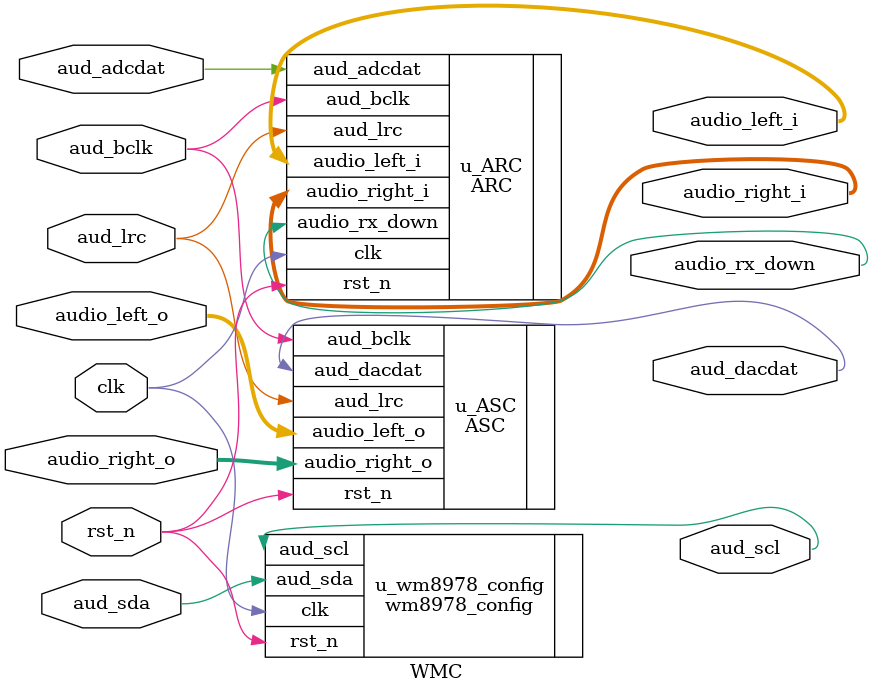
<source format=v>
`timescale 10ns/10ns
module WMC(
    input                 clk        ,   // 时钟信号
    input                 rst_n      ,   // 复位信号
    
    //audio interface(mast  
    input                 aud_bclk   ,   // WM8978位时钟
    input                 aud_lrc    ,   // 对齐信号
    input                 aud_adcdat ,   // 音频输入
    output                aud_dacdat ,   // 音频输出
    
	 input    signed [15:0] audio_left_o,
	 input    signed [15:0] audio_right_o,
	 
	 output   signed [15:0] audio_left_i,
	 output   signed [15:0] audio_right_i,
	 output                audio_rx_down,
    //control interfac  
    output                aud_scl    ,   
    inout                 aud_sda    
);

//parameter define
parameter    WL = 6'd16;                // word length音频字长定义

wm8978_config #(
    .WL             (WL)
) u_wm8978_config(
    .clk            (clk),              // 时钟信号
    .rst_n          (rst_n),            // 复位信号
        
    .aud_scl        (aud_scl),          // WM8978的SCL时钟
    .aud_sda        (aud_sda)           // WM8978的SDA信号
);

ARC #(
    .WL             (WL)
) u_ARC(
    .clk            (clk),              // 时钟信号
    .rst_n          (rst_n),            // 复位信号
    
	 .aud_bclk	     (aud_bclk),
	 .aud_lrc	     (aud_lrc),
	 .aud_adcdat	  (aud_adcdat),
	 
	 .audio_left_i   (audio_left_i),
	 .audio_right_i  (audio_right_i),
	 .audio_rx_down  (audio_rx_down)
);

ASC #(
    .WL             (WL)
) u_ASC(
    .rst_n          (rst_n),            // 复位信号
    
	 .aud_bclk	     (aud_bclk),
	 .aud_lrc	     (aud_lrc),
	 .aud_dacdat     (aud_dacdat),
	 
	 .audio_left_o	  (audio_left_o),
	 .audio_right_o  (audio_right_o) 
);


endmodule 
</source>
